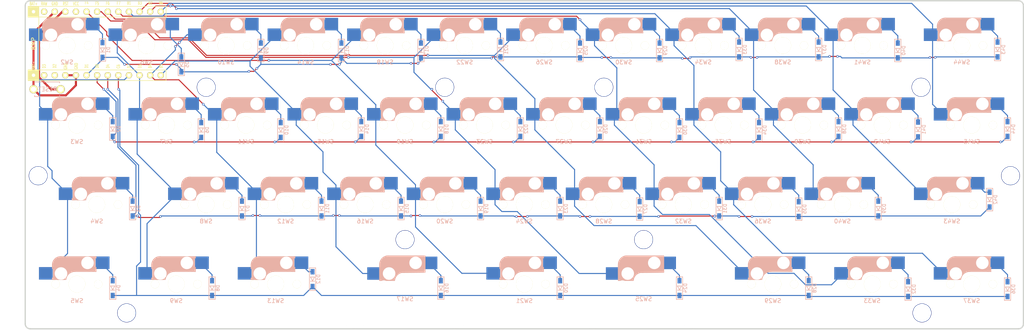
<source format=kicad_pcb>
(kicad_pcb (version 20240108) (generator "pcbnew") (generator_version "8.0")
  (layers (0 "F.Cu" signal) (31 "B.Cu" signal) (34 "B.Paste" user) (35 "F.Paste" user) (36 "B.SilkS" user "B.Silkscreen") (37 "F.SilkS" user "F.Silkscreen") (38 "B.Mask" user) (39 "F.Mask" user) (44 "Edge.Cuts" user))
  (net 0 "")
  (net 1 "Net-(D1-A)")
  (net 2 "Row0")
  (net 3 "Row1")
  (net 4 "Net-(D2-A)")
  (net 5 "Net-(D3-A)")
  (net 6 "Row2")
  (net 7 "Row3")
  (net 8 "Net-(D4-A)")
  (net 9 "Net-(D5-A)")
  (net 10 "Net-(D6-A)")
  (net 11 "Net-(D7-A)")
  (net 12 "Net-(D8-A)")
  (net 13 "Net-(D9-A)")
  (net 14 "Net-(D10-A)")
  (net 15 "Net-(D11-A)")
  (net 16 "Net-(D12-A)")
  (net 17 "Net-(D13-A)")
  (net 18 "Net-(D14-A)")
  (net 19 "Net-(D15-A)")
  (net 20 "Net-(D16-A)")
  (net 21 "Net-(D17-A)")
  (net 22 "Net-(D18-A)")
  (net 23 "Net-(D19-A)")
  (net 24 "Net-(D20-A)")
  (net 25 "Net-(D21-A)")
  (net 26 "Net-(D22-A)")
  (net 27 "Net-(D23-A)")
  (net 28 "Net-(D24-A)")
  (net 29 "Net-(D25-A)")
  (net 30 "Net-(D26-A)")
  (net 31 "Net-(D27-A)")
  (net 32 "Net-(D28-A)")
  (net 33 "Net-(D29-A)")
  (net 34 "Net-(D30-A)")
  (net 35 "Net-(D31-A)")
  (net 36 "Net-(D32-A)")
  (net 37 "Net-(D33-A)")
  (net 38 "Net-(D34-A)")
  (net 39 "Net-(D35-A)")
  (net 40 "Net-(D36-A)")
  (net 41 "Net-(D37-A)")
  (net 42 "Net-(D38-A)")
  (net 43 "Net-(D39-A)")
  (net 44 "Net-(D40-A)")
  (net 45 "Net-(D41-A)")
  (net 46 "Net-(D42-A)")
  (net 47 "Net-(D43-A)")
  (net 48 "GND")
  (net 49 "Reset")
  (net 50 "Col0")
  (net 51 "Col1")
  (net 52 "Col2")
  (net 53 "Col3")
  (net 54 "Col4")
  (net 55 "Col5")
  (net 56 "Col6")
  (net 57 "Col7")
  (net 58 "Col8")
  (net 59 "Col10")
  (net 60 "VCC")
  (net 61 "Col9")
  (net 66 "Net-(D44-A)")
  (net 67 "Col11")
  (footprint "kbd_Parts:Diode_SMD" (layer "F.Cu") (at 60.96128 70.00875 90)
    (property "Reference" "D2")
    (property "Value" "D" (hide yes))
  )
  (footprint "kbd_Parts:Diode_SMD" (layer "F.Cu") (at 187.17018 89.166875 90)
    (property "Reference" "D27")
    (property "Value" "D" (hide yes))
  )
  (footprint "kbd_Hole:m2_Spacer_Hole" (layer "F.Cu") (at 254.7991 114.061875)
    (property "Reference" "Ref**")
    (property "Value" "Val**")
  )
  (footprint "kbd_SW:CherryMX_Hotswap_1u" (layer "F.Cu") (at 197.63125 88.10625)
    (property "Reference" "SW32")
    (property "Value" "SW_Push" (hide yes))
  )
  (footprint "kbd_Parts:Diode_SMD" (layer "F.Cu") (at 168.11978 89.05875 90)
    (property "Reference" "D23")
    (property "Value" "D" (hide yes))
  )
  (footprint "kbd_Parts:Diode_SMD" (layer "F.Cu") (at 177.64498 70.00875 90)
    (property "Reference" "D26")
    (property "Value" "D" (hide yes))
  )
  (footprint "kbd_SW:CherryMX_Hotswap_1u" (layer "F.Cu") (at 207.16875 69.05625)
    (property "Reference" "SW35")
    (property "Value" "SW_Push" (hide yes))
  )
  (footprint "kbd_Parts:Diode_SMD" (layer "F.Cu") (at 84.75433 108.10875 90)
    (property "Reference" "D8")
    (property "Value" "D" (hide yes))
  )
  (footprint "kbd_SW:CherryMX_Hotswap_1u" (layer "F.Cu") (at 145.25625 50.00625)
    (property "Reference" "SW22")
    (property "Value" "SW_Push" (hide yes))
  )
  (footprint "kbd_SW:CherryMX_Hotswap_2u" (layer "F.Cu") (at 188.125 107.15625)
    (property "Reference" "SW25")
    (property "Value" "SW_Push" (hide yes))
  )
  (footprint "kbd_Parts:Diode_SMD" (layer "F.Cu") (at 115.73118 51.196875 90)
    (property "Reference" "D13")
    (property "Value" "D" (hide yes))
  )
  (footprint "kbd_Parts:Diode_SMD" (layer "F.Cu") (at 58.51 51.08 90)
    (property "Reference" "D1")
    (property "Value" "D" (hide yes))
  )
  (footprint "kbd_Parts:Diode_SMD" (layer "F.Cu") (at 91.91818 89.05875 90)
    (property "Reference" "D7")
    (property "Value" "D" (hide yes))
  )
  (footprint "kbd_SW:CherryMX_Hotswap_1u" (layer "F.Cu") (at 88.10625 50)
    (property "Reference" "SW10")
    (property "Value" "SW_Push" (hide yes))
  )
  (footprint "kbd_Parts:Diode_SMD" (layer "F.Cu") (at 206.22058 89.05875 90)
    (property "Reference" "D31")
    (property "Value" "D" (hide yes))
  )
  (footprint "kbd_Parts:Diode_SMD" (layer "F.Cu") (at 230.03358 50.95875 90)
    (property "Reference" "D37")
    (property "Value" "D" (hide yes))
  )
  (footprint "kbd_Parts:Diode_SMD" (layer "F.Cu") (at 215.74578 70.246875 90)
    (property "Reference" "D34")
    (property "Value" "D" (hide yes))
  )
  (footprint "kbd_Hole:m2_Spacer_Hole" (layer "F.Cu") (at 188.1227 96.5)
    (property "Reference" "Ref**")
    (property "Value" "Val**")
  )
  (footprint "kbd_Parts:Diode_SMD" (layer "F.Cu") (at 196.69538 70.246875 90)
    (property "Reference" "D30")
    (property "Value" "D" (hide yes))
  )
  (footprint "kbd_Parts:Diode_SMD" (layer "F.Cu") (at 251.46528 108.346875 90)
    (property "Reference" "D32")
    (property "Value" "D" (hide yes))
  )
  (footprint "kbd_SW:CherryMX_Hotswap_1u" (layer "F.Cu") (at 73.81875 69.05625)
    (property "Reference" "SW7")
    (property "Value" "SW_Push" (hide yes))
  )
  (footprint "kbd_Parts:Diode_SMD" (layer "F.Cu") (at 96.44265 51.196875 90)
    (property "Reference" "D9")
    (property "Value" "D" (hide yes))
  )
  (footprint "kbd_Parts:Diode_SMD" (layer "F.Cu") (at 153.83198 50.95875 90)
    (property "Reference" "D21")
    (property "Value" "D" (hide yes))
  )
  (footprint "kbd_Parts:Diode_SMD" (layer "F.Cu") (at 149.06938 89.05875 90)
    (property "Reference" "D19")
    (property "Value" "D" (hide yes))
  )
  (footprint "kbd_Parts:Diode_SMD" (layer "F.Cu") (at 275.28378 108.346875 90)
    (property "Reference" "D36")
    (property "Value" "D" (hide yes))
  )
  (footprint "kbd_Hole:m2_Spacer_Hole" (layer "F.Cu") (at 64.2951 114.061875)
    (property "Reference" "Ref**")
    (property "Value" "Val**")
  )
  (footprint "kbd_Parts:Diode_SMD" (layer "F.Cu") (at 168.13348 108.10875 90)
    (property "Reference" "D20")
    (property "Value" "D" (hide yes))
  )
  (footprint "kbd_SW:CherryMX_Hotswap_1.25u" (layer "F.Cu") (at 219.075 107.15625)
    (property "Reference" "SW29")
    (property "Value" "SW_Push" (hide yes))
  )
  (footprint "kbd_SW:CherryMX_Hotswap_1u" (layer "F.Cu") (at 92.86875 69.05625)
    (property "Reference" "SW11")
    (property "Value" "SW_Push" (hide yes))
  )
  (footprint "kbd_Parts:Diode_SMD" (layer "F.Cu") (at 101.20525 70.246875 90)
    (property "Reference" "D10")
    (property "Value" "D" (hide yes))
  )
  (footprint "kbd_Parts:Diode_SMD" (layer "F.Cu") (at 139.55788 108.10875 90)
    (property "Reference" "D16")
    (property "Value" "D" (hide yes))
  )
  (footprint "kbd_SW:CherryMX_Hotswap_1u" (layer "F.Cu") (at 235.73125 88.10625)
    (property "Reference" "SW40")
    (property "Value" "SW_Push" (hide yes))
  )
  (footprint "kbd_SW:CherryMX_Hotswap_1u" (layer "F.Cu") (at 111.91875 69.05625)
    (property "Reference" "SW15")
    (property "Value" "SW_Push" (hide yes))
  )
  (footprint "kbd_Parts:Diode_SMD" (layer "F.Cu") (at 270.99194 86.915625 90)
    (property "Reference" "D42")
    (property "Value" "D" (hide yes))
  )
  (footprint "kbd_SW:CherryMX_Hotswap_1.25u" (layer "F.Cu") (at 266.7056 107.15625)
    (property "Reference" "SW37")
    (property "Value" "SW_Push" (hide yes))
  )
  (footprint "kbd_Parts:ResetSW" (layer "F.Cu") (at 45.2447 60.48375)
    (property "Reference" "SW1" (hide yes))
    (property "Value" "SW_Push")
  )
  (footprint "kbd_SW:CherryMX_Hotswap_1u" (layer "F.Cu") (at 121.43125 88.10625)
    (property "Reference" "SW16")
    (property "Value" "SW_Push" (hide yes))
  )
  (footprint "kbd_Parts:Diode_SMD" (layer "F.Cu") (at 120.49378 70.00875 90)
    (property "Reference" "D14")
    (property "Value" "D" (hide yes))
  )
  (footprint "kbd_SW:CherryMX_Hotswap_1u" (layer "F.Cu") (at 159.53125 88.10625)
    (property "Reference" "SW24")
    (property "Value" "SW_Push" (hide yes))
  )
  (footprint "kbd_Parts:Diode_SMD" (layer "F.Cu") (at 244.32138 89.05875 90)
    (property "Reference" "D39")
    (property "Value" "D" (hide yes))
  )
  (footprint "kbd_SW:CherryMX_Hotswap_1u" (layer "F.Cu") (at 150.01875 69.05625)
    (property "Reference" "SW23")
    (property "Value" "SW_Push" (hide yes))
  )
  (footprint "kbd_SW:CherryMX_Hotswap_1u" (layer "F.Cu") (at 221.45625 50.00625)
    (property "Reference" "SW38")
    (property "Value" "SW_Push" (hide yes))
  )
  (footprint "kbd_Hole:m2_Spacer_Hole" (layer "F.Cu") (at 254.56097 60.0075)
    (property "Reference" "Ref**")
    (property "Value" "Val**")
  )
  (footprint "kbd_SW:CherryMX_Hotswap_1.25u" (layer "F.Cu") (at 100.00125 107.15625)
    (property "Reference" "SW13")
    (property "Value" "SW_Push" (hide yes))
  )
  (footprint "kbd_Hole:m2_Spacer_Hole" (layer "F.Cu") (at 275.99267 81.200625)
    (property "Reference" "Ref**")
    (property "Value" "Val**")
  )
  (footprint "kbd_SW:CherryMX_Hotswap_1.25u" (layer "F.Cu") (at 266.71 69.06)
    (property "Reference" "SW45")
    (property "Value" "SW_Push" (hide yes))
  )
  (footprint "kbd_Parts:Diode_SMD" (layer "F.Cu") (at 275.27828 70.00875 90)
    (property "Reference" "D44")
    (property "Value" "D" (hide yes))
  )
  (footprint "kbd_SW:CherryMX_Hotswap_1u" (layer "F.Cu") (at 140.48125 88.10625)
    (property "Reference" "SW20")
    (property "Value" "SW_Push" (hide yes))
  )
  (footprint "kbd_SW:CherryMX_Hotswap_1.25u" (layer "F.Cu") (at 76.18 107.15625)
    (property "Reference" "SW9")
    (property "Value" "SW_Push" (hide yes))
  )
  (footprint "kbd_SW:CherryMX_Hotswap_1u" (layer "F.Cu") (at 226.21875 69.05625)
    (property "Reference" "SW39")
    (property "Value" "SW_Push" (hide yes))
  )
  (footprint "kbd_Hole:m2_Spacer_Hole" (layer "F.Cu") (at 43.10153 81.200625)
    (property "Reference" "Ref**")
    (property "Value" "Val**")
  )
  (footprint "kbd_Parts:Diode_SMD" (layer "F.Cu") (at 110.96858 89.05875 90)
    (property "Reference" "D11")
    (property "Value" "D" (hide yes))
  )
  (footprint "kbd_SW:CherryMX_Hotswap_1.5u" (layer "F.Cu") (at 264.33 50.00625)
    (property "Reference" "SW44")
    (property "Value" "SW_Push" (hide yes))
  )
  (footprint "kbd_Parts:Diode_SMD" (layer "F.Cu") (at 60.96128 108.10875 90)
    (property "Reference" "D4")
    (property "Value" "D" (hide yes))
  )
  (footprint "kbd_Parts:Diode_SMD" (layer "F.Cu") (at 108.82541 105.965625 90)
    (property "Reference" "D12")
    (property "Value" "D" (hide yes))
  )
  (footprint "kbd_Parts:Diode_SMD" (layer "F.Cu") (at 227.66598 108.10875 90)
    (property "Reference" "D28")
    (property "Value" "D" (hide yes))
  )
  (footprint "kbd_Parts:Micon_BMP_7sKB" (layer "F.Cu") (at 59.00831 49.5664 90)
    (property "Reference" "U1" (hide yes))
    (property "Value" "Micon_BLEMicroPro" (hide yes))
  )
  (footprint "kbd_Parts:Diode_SMD" (layer "F.Cu") (at 191.93278 51.196875 90)
    (property "Reference" "D29")
    (property "Value" "D" (hide yes))
  )
  (footprint "kbd_SW:CherryMX_Hotswap_1u" (layer "F.Cu") (at 102.38125 88.10625)
    (property "Reference" "SW12")
    (property "Value" "SW_Push" (hide yes))
  )
  (footprint "kbd_Parts:Diode_SMD" (layer "F.Cu") (at 196.70908 108.10875 90)
    (property "Reference" "D24")
    (property "Value" "D" (hide yes))
  )
  (footprint "kbd_Parts:Diode_SMD" (layer "F.Cu") (at 234.79618 70.00875 90)
    (property "Reference" "D38")
    (property "Value" "D" (hide yes))
  )
  (footprint "kbd_Hole:m2_Spacer_Hole" (layer "F.Cu") (at 140.4967 60.0075)
    (property "Reference" "Ref**")
    (property "Value" "Val**")
  )
  (footprint "kbd_Parts:Diode_SMD" (layer "F.Cu") (at 272.89698 50.95875 90)
    (property "Reference" "D43")
    (property "Value" "D" (hide yes))
  )
  (footprint "kbd_SW:CherryMX_Hotswap_1u" (layer "F.Cu") (at 50 50)
    (property "Reference" "SW2")
    (property "Value" "SW_Push" (hide yes))
  )
  (footprint "kbd_Hole:m2_Spacer_Hole" (layer "F.Cu") (at 178.5975 60.0075)
    (property "Reference" "Ref**")
    (property "Value" "Val**")
  )
  (footprint "kbd_Parts:Diode_SMD" (layer "F.Cu") (at 210.98318 50.95875 90)
    (property "Reference" "D33")
    (property "Value" "D" (hide yes))
  )
  (footprint "kbd_SW:CherryMX_Hotswap_1u" (layer "F.Cu") (at 216.68125 88.10625)
    (property "Reference" "SW36")
    (property "Value" "SW_Push" (hide yes))
  )
  (footprint "kbd_SW:CherryMX_Hotswap_1u" (layer "F.Cu") (at 159.54625 107.15625)
    (property "Reference" "SW21")
    (property "Value" "SW_Push" (hide yes))
  )
  (footprint "kbd_Hole:m2_Spacer_Hole" (layer "F.Cu") (at 83.3455 60.0075)
    (property "Reference" "Ref**")
    (property "Value" "Val**")
  )
  (footprint "kbd_SW:CherryMX_Hotswap_1u" (layer "F.Cu") (at 169.06875 69.05625)
    (property "Reference" "SW27")
    (property "Value" "SW_Push" (hide yes))
  )
  (footprint "kbd_SW:CherryMX_Hotswap_1.25u" (layer "F.Cu") (at 242.8726 107.15625)
    (property "Reference" "SW33")
    (property "Value" "SW_Push" (hide yes))
  )
  (footprint "kbd_SW:CherryMX_Hotswap_1u" (layer "F.Cu") (at 188.11875 69.05625)
    (property "Reference" "SW31")
    (property "Value" "SW_Push" (hide yes))
  )
  (footprint "kbd_Parts:Diode_SMD" (layer "F.Cu") (at 65.72388 89.05875 90)
    (property "Reference" "D3")
    (property "Value" "D" (hide yes))
  )
  (footprint "kbd_SW:CherryMX_Hotswap_1.25u" (layer "F.Cu") (at 52.3875 107.15625)
    (property "Reference" "SW5")
    (property "Value" "SW_Push" (hide yes))
  )
  (footprint "kbd_SW:CherryMX_Hotswap_1u" (layer "F.Cu") (at 130.96875 69.05625)
    (property "Reference" "SW19")
    (property "Value" "SW_Push" (hide yes))
  )
  (footprint "kbd_Hole:m2_Spacer_Hole" (layer "F.Cu") (at 130.9715 96.5)
    (property "Reference" "Ref**")
    (property "Value" "Val**")
  )
  (footprint "kbd_Parts:Diode_SMD" (layer "F.Cu") (at 77.39225 54.530625 90)
    (property "Reference" "D5")
    (property "Value" "D" (hide yes))
  )
  (footprint "kbd_Parts:Diode_SMD" (layer "F.Cu") (at 225.27098 89.18875 90)
    (property "Reference" "D35")
    (property "Value" "D" (hide yes))
  )
  (footprint "kbd_SW:CherryMX_Hotswap_1.75u" (layer "F.Cu") (at 57.14 88.1)
    (property "Reference" "SW4")
    (property "Value" "SW_Push" (hide yes))
  )
  (footprint "kbd_SW:CherryMX_Hotswap_1u" (layer "F.Cu") (at 240.50625 50.00625)
    (property "Reference" "SW41")
    (property "Value" "SW_Push" (hide yes))
  )
  (footprint "kbd_Parts:Diode_SMD" (layer "F.Cu") (at 253.84658 70.116875 90)
    (property "Reference" "D41")
    (property "Value" "D" (hide yes))
  )
  (footprint "kbd_Parts:Diode_SMD" (layer "F.Cu") (at 82.15485 70.246875 90)
    (property "Reference" "D6")
    (property "Value" "D" (hide yes))
  )
  (footprint "kbd_SW:CherryMX_Hotswap_1u" (layer "F.Cu") (at 183.35625 50.00625)
    (property "Reference" "SW30")
    (property "Value" "SW_Push" (hide yes))
  )
  (footprint "kbd_SW:CherryMX_Hotswap_1.25u" (layer "F.Cu") (at 52.38 69.05)
    (property "Reference" "SW3")
    (property "Value" "SW_Push" (hide yes))
  )
  (footprint "kbd_Parts:Diode_SMD" (layer "F.Cu") (at 139.54418 70.00875 90)
    (property "Reference" "D18")
    (property "Value" "D" (hide yes))
  )
  (footprint "kbd_Parts:Diode_SMD" (layer "F.Cu") (at 130.01898 89.05875 90)
    (property "Reference" "D15")
    (property "Value" "D" (hide yes))
  )
  (footprint "kbd_SW:CherryMX_Hotswap_1u" (layer "F.Cu") (at 164.30625 50)
    (property "Reference" "SW26")
    (property "Value" "SW_Push" (hide yes))
  )
  (footprint "kbd_SW:CherryMX_Hotswap_1u" (layer "F.Cu") (at 126.20625 50.00625)
    (property "Reference" "SW18")
    (property "Value" "SW_Push" (hide yes))
  )
  (footprint "kbd_Parts:Diode_SMD" (layer "F.Cu") (at 249 51.196875 90)
    (property "Reference" "D40")
    (property "Value" "D" (hide yes))
  )
  (footprint "kbd_Parts:Diode_SMD" (layer "F.Cu") (at 134.78158 51.196875 90)
    (property "Reference" "D17")
    (property "Value" "D" (hide yes))
  )
  (footprint "kbd_SW:CherryMX_Hotswap_1.75u" (layer "F.Cu") (at 261.95812 88.10625)
    (property "Reference" "SW43")
    (property "Value" "SW_Push" (hide yes))
  )
  (footprint "kbd_SW:CherryMX_Hotswap_1u" (layer "F.Cu") (at 107.15625 50.00625)
    (property "Reference" "SW14")
    (property "Value" "SW_Push" (hide yes))
  )
  (footprint "kbd_SW:CherryMX_Hotswap_1u" (layer "F.Cu") (at 83.3225 88.10625)
    (property "Reference" "SW8")
    (property "Value" "SW_Push" (hide yes))
  )
  (footprint "kbd_Parts:Diode_SMD" (layer "F.Cu") (at 158.59458 70.00875 90)
    (property "Reference" "D22")
    (property "Value" "D" (hide yes))
  )
  (footprint "kbd_SW:CherryMX_Hotswap_1u" (layer "F.Cu") (at 245.26875 69.05625)
    (property "Reference" "SW42")
    (property "Value" "SW_Push" (hide yes))
  )
  (footprint "kbd_SW:CherryMX_Hotswap_1u" (layer "F.Cu") (at 202.40625 50.00625)
    (property "Reference" "SW34")
    (property "Value" "SW_Push" (hide yes))
  )
  (footprint "kbd_SW:CherryMX_Hotswap_1u" (layer "F.Cu") (at 69.05625 50)
    (property "Reference" "SW6")
    (property "Value" "SW_Push" (hide yes))
  )
  (footprint "kbd_SW:CherryMX_Hotswap_2u" (layer "F.Cu") (at 130.965 107.15625)
    (property "Reference" "SW17")
    (property "Value" "SW_Push" (hide yes))
  )
  (footprint "kbd_Parts:Diode_SMD" (layer "F.Cu") (at 172.88238 51.196875 90)
    (property "Reference" "D25")
    (property "Value" "D" (hide yes))
  )
  (footprint "kbd_SW:CherryMX_Hotswap_1u" (layer "F.Cu") (at 178.58125 88.10625)
    (property "Reference" "SW28")
    (property "Value" "SW_Push" (hide yes))
  )
  (gr_line (start 277.899375 117.86) (end 41.19648 117.860675) (stroke (width 0.3)) (layer "Edge.Cuts"))
  (gr_line (start 41.19649 39.290625) (end 277.897735 39.290625) (stroke (width 0.3)) (layer "Edge.Cuts"))
  (gr_line (start 279.09 40.48125) (end 279.09 116.668086) (stroke (width 0.3)) (layer "Edge.Cuts"))
  (gr_line (start 40.00583 116.670075) (end 40.005815 40.481238) (stroke (width 0.3)) (layer "Edge.Cuts"))
  (gr_arc (start 279.09 116.668086) (mid 278.741265 117.51) (end 277.899375 117.858711) (stroke (width 0.3)) (layer "Edge.Cuts"))
  (gr_arc (start 40.005815 40.481238) (mid 40.354578 39.639344) (end 41.19649 39.290625) (stroke (width 0.3)) (layer "Edge.Cuts"))
  (gr_arc (start 41.19648 117.860675) (mid 40.354579 117.511957) (end 40.00583 116.670075) (stroke (width 0.3)) (layer "Edge.Cuts"))
  (gr_arc (start 277.897735 39.290625) (mid 278.739658 39.639331) (end 279.08836 40.48125) (stroke (width 0.3)) (layer "Edge.Cuts"))
  (segment (start 55.7 44.88) (end 56.12 44.88) (width 0.25) (layer "B.Cu") (net 1))
  (segment (start 56.12 44.88) (end 58.51 47.27) (width 0.25) (layer "B.Cu") (net 1))
  (segment (start 58.51 47.27) (end 58.51 49.305) (width 0.25) (layer "B.Cu") (net 1))
  (segment (start 151.96756 52.73375) (end 151.68881 53.0125) (width 0.25) (layer "F.Cu") (net 2))
  (segment (start 232.65301 52.625625) (end 234.55805 52.625625) (width 0.25) (layer "F.Cu") (net 2))
  (segment (start 213.83125 52.86375) (end 215.26952 52.86375) (width 0.25) (layer "F.Cu") (net 2))
  (segment (start 93.58509 56.1975) (end 94.775755 56.1975) (width 0.25) (layer "F.Cu") (net 2))
  (segment (start 134.06719 54.2925) (end 132.40028 54.2925) (width 0.25) (layer "F.Cu") (net 2))
  (segment (start 197.40977 53.101875) (end 199.07668 53.101875) (width 0.25) (layer "F.Cu") (net 2))
  (segment (start 94.775755 56.1975) (end 95.49013 55.483125) (width 0.25) (layer "F.Cu") (net 2))
  (segment (start 153.02823 52.73375) (end 151.96756 52.73375) (width 0.25) (layer "F.Cu") (net 2))
  (segment (start 256.70414 52.86375) (end 257.955 52.86375) (width 0.25) (layer "F.Cu") (net 2))
  (segment (start 178.12124 52.86375) (end 180.26441 52.86375) (width 0.25) (layer "F.Cu") (net 2))
  (segment (start 113.11175 54.530625) (end 115.25492 54.530625) (width 0.25) (layer "F.Cu") (net 2))
  (segment (start 76.2016 54.530625) (end 63.81884 54.530625) (width 0.25) (layer "F.Cu") (net 2))
  (segment (start 199.07668 53.101875) (end 199.218948 52.959607) (width 0.25) (layer "F.Cu") (net 2))
  (via (at 180.26441 52.86375) (size 0.6) (drill 0.3) (layers "F.Cu" "B.Cu") (net 2))
  (via (at 257.955 52.86375) (size 0.6) (drill 0.3) (layers "F.Cu" "B.Cu") (net 2))
  (via (at 63.81884 54.530625) (size 0.6) (drill 0.3) (layers "F.Cu" "B.Cu") (net 2))
  (via (at 95.49013 55.483125) (size 0.6) (drill 0.3) (layers "F.Cu" "B.Cu") (net 2))
  (via (at 93.58509 56.1975) (size 0.6) (drill 0.3) (layers "F.Cu" "B.Cu") (net 2))
  (via (at 234.55805 52.625625) (size 0.6) (drill 0.3) (layers "F.Cu" "B.Cu") (net 2))
  (via (at 76.2016 54.530625) (size 0.6) (drill 0.3) (layers "F.Cu" "B.Cu") (net 2))
  (via (at 113.11175 54.530625) (size 0.6) (drill 0.3) (layers "F.Cu" "B.Cu") (net 2))
  (via (at 213.83125 52.86375) (size 0.6) (drill 0.3) (layers "F.Cu" "B.Cu") (net 2))
  (via (at 256.70414 52.86375) (size 0.6) (drill 0.3) (layers "F.Cu" "B.Cu") (net 2))
  (via (at 199.218948 52.959607) (size 0.6) (drill 0.3) (layers "F.Cu" "B.Cu") (net 2))
  (via (at 151.68881 53.0125) (size 0.6) (drill 0.3) (layers "F.Cu" "B.Cu") (net 2))
  (via (at 197.40977 53.101875) (size 0.6) (drill 0.3) (layers "F.Cu" "B.Cu") (net 2))
  (via (at 232.65301 52.625625) (size 0.6) (drill 0.3) (layers "F.Cu" "B.Cu") (net 2))
  (via (at 134.06719 54.2925) (size 0.6) (drill 0.3) (layers "F.Cu" "B.Cu") (net 2))
  (via (at 132.40028 54.2925) (size 0.6) (drill 0.3) (layers "F.Cu" "B.Cu") (net 2))
  (via (at 115.25492 54.530625) (size 0.6) (drill 0.3) (layers "F.Cu" "B.Cu") (net 2))
  (via (at 178.12124 52.86375) (size 0.6) (drill 0.3) (layers "F.Cu" "B.Cu") (net 2))
  (via (at 215.26952 52.86375) (size 0.6) (drill 0.3) (layers "F.Cu" "B.Cu") (net 2))
  (via (at 153.02823 52.73375) (size 0.6) (drill 0.3) (layers "F.Cu" "B.Cu") (net 2))
  (segment (start 213.70125 52.73375) (end 213.83125 52.86375) (width 0.25) (layer "B.Cu") (net 2))
  (segment (start 249 52.971875) (end 256.596015 52.971875) (width 0.25) (layer "B.Cu") (net 2))
  (segment (start 173.12051 52.86375) (end 178.12124 52.86375) (width 0.25) (layer "B.Cu") (net 2))
  (segment (start 172.644255 52.73375) (end 172.88238 52.971875) (width 0.25) (layer "B.Cu") (net 2))
  (segment (start 62.143215 52.855) (end 58.51 52.855) (width 0.25) (layer "B.Cu") (net 2))
  (segment (start 258.085 52.73375) (end 272.89698 52.73375) (width 0.25) (layer "B.Cu") (net 2))
  (segment (start 96.44265 54.530605) (end 96.44265 52.971875) (width 0.25) (layer "B.Cu") (net 2))
  (segment (start 191.93278 52.971875) (end 197.27977 52.971875) (width 0.25) (layer "B.Cu") (net 2))
  (segment (start 180.26441 52.86375) (end 180.372535 52.971875) (width 0.25) (layer "B.Cu") (net 2))
  (segment (start 235.61869 52.971875) (end 249 52.971875) (width 0.25) (layer "B.Cu") (net 2))
  (segment (start 58.51 53.31031) (end 54.69031 57.13) (width 0.25) (layer "B.Cu") (net 2))
  (segment (start 77.39225 55.721275) (end 76.2016 54.530625) (width 0.25) (layer "B.Cu") (net 2))
  (segment (start 215.26952 52.86375) (end 215.39952 52.73375) (width 0.25) (layer "B.Cu") (net 2))
  (segment (start 235.27244 52.625625) (end 235.61869 52.971875) (width 0.25) (layer "B.Cu") (net 2))
  (segment (start 132.40028 54.2925) (end 117.051805 54.2925) (width 0.25) (layer "B.Cu") (net 2))
  (segment (start 197.27977 52.971875) (end 197.40977 53.101875) (width 0.25) (layer "B.Cu") (net 2))
  (segment (start 93.476965 56.305625) (end 93.58509 56.1975) (width 0.25) (layer "B.Cu") (net 2))
  (segment (start 173.012385 52.971875) (end 173.12051 52.86375) (width 0.25) (layer "B.Cu") (net 2))
  (segment (start 210.98318 52.73375) (end 213.70125 52.73375) (width 0.25) (layer "B.Cu") (net 2))
  (segment (start 95.49013 55.483125) (end 96.44265 54.530605) (width 0.25) (layer "B.Cu") (net 2))
  (segment (start 77.39225 56.305625) (end 93.476965 56.305625) (width 0.25) (layer "B.Cu") (net 2))
  (segment (start 63.81884 54.530625) (end 62.143215 52.855) (width 0.25) (layer "B.Cu") (net 2))
  (segment (start 115.25492 54.530625) (end 115.73118 54.054365) (width 0.25) (layer "B.Cu") (net 2))
  (segment (start 77.39225 56.305625) (end 77.39225 55.721275) (width 0.25) (layer "B.Cu") (net 2))
  (segment (start 153.83198 52.73375) (end 153.02823 52.73375) (width 0.25) (layer "B.Cu") (net 2))
  (segment (start 134.78158 52.971875) (end 134.78158 53.57811) (width 0.25) (layer "B.Cu") (net 2))
  (segment (start 96.44267 54.530625) (end 96.44265 54.530605) (width 0.25) (layer "B.Cu") (net 2))
  (segment (start 256.596015 52.971875) (end 256.70414 52.86375) (width 0.25) (layer "B.Cu") (net 2))
  (segment (start 234.55805 52.625625) (end 235.27244 52.625625) (width 0.25) (layer "B.Cu") (net 2))
  (segment (start 117.051805 54.2925) (end 115.73118 52.971875) (width 0.25) (layer "B.Cu") (net 2))
  (segment (start 215.39952 52.73375) (end 230.03358 52.73375) (width 0.25) (layer "B.Cu") (net 2))
  (segment (start 199.444805 52.73375) (end 210.98318 52.73375) (width 0.25) (layer "B.Cu") (net 2))
  (segment (start 113.11175 54.530625) (end 96.44267 54.530625) (width 0.25) (layer "B.Cu") (net 2))
  (segment (start 257.955 52.86375) (end 258.085 52.73375) (width 0.25) (layer "B.Cu") (net 2))
  (segment (start 180.372535 52.971875) (end 191.93278 52.971875) (width 0.25) (layer "B.Cu") (net 2))
  (segment (start 172.88238 52.971875) (end 173.012385 52.971875) (width 0.25) (layer "B.Cu") (net 2))
  (segment (start 58.51 52.855) (end 58.51 53.31031) (width 0.25) (layer "B.Cu") (net 2))
  (segment (start 153.83198 52.73375) (end 172.644255 52.73375) (width 0.25) (layer "B.Cu") (net 2))
  (segment (start 230.03358 52.73375) (end 232.544885 52.73375) (width 0.25) (layer "B.Cu") (net 2))
  (segment (start 134.78158 53.57811) (end 134.06719 54.2925) (width 0.25) (layer "B.Cu") (net 2))
  (segment (start 199.218948 52.959607) (end 199.444805 52.73375) (width 0.25) (layer "B.Cu") (net 2))
  (segment (start 232.544885 52.73375) (end 232.65301 52.625625) (width 0.25) (layer "B.Cu") (net 2))
  (segment (start 134.822205 53.0125) (end 134.78158 52.971875) (width 0.25) (layer "B.Cu") (net 2))
  (segment (start 151.68881 53.0125) (end 134.822205 53.0125) (width 0.25) (layer "B.Cu") (net 2))
  (segment (start 115.73118 54.054365) (end 115.73118 52.971875) (width 0.25) (layer "B.Cu") (net 2))
  (segment (start 252.17967 73.104375) (end 273.61137 73.104375) (width 0.25) (layer "F.Cu") (net 3))
  (segment (start 214.317 73.104375) (end 233.12927 73.104375) (width 0.25) (layer "F.Cu") (net 3))
  (segment (start 137.87727 73.104375) (end 156.92767 73.104375) (width 0.25) (layer "F.Cu") (net 3))
  (segment (start 175.97807 73.104375) (end 194.79034 73.104375) (width 0.25) (layer "F.Cu") (net 3))
  (segment (start 61.43754 73.104375) (end 80.48794 73.104375) (width 0.25) (layer "F.Cu") (net 3))
  (segment (start 58.81811 60.48375) (end 57.23031 58.89595) (width 0.25) (layer "F.Cu") (net 3))
  (segment (start 57.23031 58.89595) (end 57.23031 57.13) (width 0.25) (layer "F.Cu") (net 3))
  (segment (start 156.92767 73.104375) (end 175.97807 73.104375) (width 0.25) (layer "F.Cu") (net 3))
  (segment (start 194.79034 73.104375) (end 214.317 73.104375) (width 0.25) (layer "F.Cu") (net 3))
  (segment (start 233.12927 73.104375) (end 252.17967 73.104375) (width 0.25) (layer "F.Cu") (net 3))
  (segment (start 119.065 73.104375) (end 137.87727 73.104375) (width 0.25) (layer "F.Cu") (net 3))
  (segment (start 99.77647 73.104375) (end 119.065 73.104375) (width 0.25) (layer "F.Cu") (net 3))
  (segment (start 80.48794 73.104375) (end 99.77647 73.104375) (width 0.25) (layer "F.Cu") (net 3))
  (via (at 80.48794 73.104375) (size 0.6) (drill 0.3) (layers "F.Cu" "B.Cu") (net 3))
  (via (at 175.97807 73.104375) (size 0.6) (drill 0.3) (layers "F.Cu" "B.Cu") (net 3))
  (via (at 214.317 73.104375) (size 0.6) (drill 0.3) (layers "F.Cu" "B.Cu") (net 3))
  (via (at 194.79034 73.104375) (size 0.6) (drill 0.3) (layers "F.Cu" "B.Cu") (net 3))
  (via (at 137.87727 73.104375) (size 0.6) (drill 0.3) (layers "F.Cu" "B.Cu") (net 3))
  (via (at 61.43754 73.104375) (size 0.6) (drill 0.3) (layers "F.Cu" "B.Cu") (net 3))
  (via (at 99.77647 73.104375) (size 0.6) (drill 0.3) (layers "F.Cu" "B.Cu") (net 3))
  (via (at 233.12927 73.104375) (size 0.6) (drill 0.3) (layers "F.Cu" "B.Cu") (net 3))
  (via (at 252.17967 73.104375) (size 0.6) (drill 0.3) (layers "F.Cu" "B.Cu") (net 3))
  (via (at 273.61137 73.104375) (size 0.6) (drill 0.3) (layers "F.Cu" "B.Cu") (net 3))
  (via (at 156.92767 73.104375) (size 0.6) (drill 0.3) (layers "F.Cu" "B.Cu") (net 3))
  (via (at 58.81811 60.48375) (size 0.6) (drill 0.3) (layers "F.Cu" "B.Cu") (net 3))
  (via (at 119.065 73.104375) (size 0.6) (drill 0.3) (layers "F.Cu" "B.Cu") (net 3))
  (segment (start 81.07235 73.104375) (end 82.15485 72.021875) (width 0.25) (layer "B.Cu") (net 3))
  (segment (start 100.12275 73.104375) (end 101.20525 72.021875) (width 0.25) (layer "B.Cu") (net 3))
  (segment (start 138.223555 73.104375) (end 139.54418 71.78375) (width 0.25) (layer "B.Cu") (net 3))
  (segment (start 214.66328 73.104375) (end 215.74578 72.021875) (width 0.25) (layer "B.Cu") (net 3))
  (segment (start 119.173155 73.104375) (end 120.49378 71.78375) (width 0.25) (layer "B.Cu") (net 3))
  (segment (start 60.96128 71.78375) (end 60.96128 72.628115) (width 0.25) (layer "B.Cu") (net 3))
  (segment (start 156.92767 73.104375) (end 157.273955 73.104375) (width 0.25) (layer "B.Cu") (net 3))
  (segment (start 233.12927 73.104375) (end 233.475555 73.104375) (width 0.25) (layer "B.Cu") (net 3))
  (segment (start 61.76128 70.98375) (end 61.76128 63.42692) (width 0.25) (layer "B.Cu") (net 3))
  (segment (start 119.065 73.104375) (end 119.173155 73.104375) (width 0.25) (layer "B.Cu") (net 3))
  (segment (start 137.87727 73.104375) (end 138.223555 73.104375) (width 0.25) (layer "B.Cu") (net 3))
  (segment (start 273.957655 73.104375) (end 275.27828 71.78375) (width 0.25) (layer "B.Cu") (net 3))
  (segment (start 80.48794 73.104375) (end 81.07235 73.104375) (width 0.25) (layer "B.Cu") (net 3))
  (segment (start 194.79034 73.104375) (end 195.61288 73.104375) (width 0.25) (layer "B.Cu") (net 3))
  (segment (start 99.77647 73.104375) (end 100.12275 73.104375) (width 0.25) (layer "B.Cu") (net 3))
  (segment (start 60.96128 72.628115) (end 61.43754 73.104375) (width 0.25) (layer "B.Cu") (net 3))
  (segment (start 61.76128 63.42692) (end 58.81811 60.48375) (width 0.25) (layer "B.Cu") (net 3))
  (segment (start 176.324355 73.104375) (end 177.64498 71.78375) (width 0.25) (layer "B.Cu") (net 3))
  (segment (start 214.317 73.104375) (end 214.66328 73.104375) (width 0.25) (layer "B.Cu") (net 3))
  (segment (start 195.61288 73.104375) (end 196.69538 72.021875) (width 0.25) (layer "B.Cu") (net 3))
  (segment (start 175.97807 73.104375) (end 176.324355 73.104375) (width 0.25) (layer "B.Cu") (net 3))
  (segment (start 233.475555 73.104375) (end 234.79618 71.78375) (width 0.25) (layer "B.Cu") (net 3))
  (segment (start 157.273955 73.104375) (end 158.59458 71.78375) (width 0.25) (layer "B.Cu") (net 3))
  (segment (start 60.96128 71.78375) (end 61.76128 70.98375) (width 0.25) (layer "B.Cu") (net 3))
  (segment (start 273.61137 73.104375) (end 273.957655 73.104375) (width 0.25) (layer "B.Cu") (net 3))
  (segment (start 252.17967 73.104375) (end 252.63408 73.104375) (width 0.25) (layer "B.Cu") (net 3))
  (segment (start 252.63408 73.104375) (end 253.84658 71.891875) (width 0.25) (layer "B.Cu") (net 3))
  (segment (start 60.96128 66.81128) (end 60.96128 68.23375) (width 0.25) (layer "B.Cu") (net 4))
  (segment (start 58.08 63.93) (end 60.96128 66.81128) (width 0.25) (layer "B.Cu") (net 4))
  (segment (start 65.72388 85.86388) (end 65.72388 87.28375) (width 0.25) (layer "B.Cu") (net 5))
  (segment (start 62.84 82.98) (end 65.72388 85.86388) (width 0.25) (layer "B.Cu") (net 5))
  (segment (start 59.77031 57.13) (end 59.77031 60.48343) (width 0.25) (layer "F.Cu") (net 6))
  (segment (start 72.153395 91.201875) (end 67.282655 91.201875) (width 0.25) (layer "F.Cu") (net 6))
  (segment (start 214.07887 90.96375) (end 210.98318 90.96375) (width 0.25) (layer "F.Cu") (net 6))
  (segment (start 132.508405 90.725625) (end 132.40028 90.83375) (width 0.25) (layer "F.Cu") (net 6))
  (segment (start 175.26368 90.96375) (end 172.88238 90.96375) (width 0.25) (layer "F.Cu") (net 6))
  (segment (start 94.53761 90.725625) (end 96.20452 90.725625) (width 0.25) (layer "F.Cu") (net 6))
  (segment (start 67.282655 91.201875) (end 66.91453 90.83375) (width 0.25) (layer "F.Cu") (net 6))
  (segment (start 72.39152 90.96375) (end 72.153395 91.201875) (width 0.25) (layer "F.Cu") (net 6))
  (segment (start 191.793702 90.864698) (end 191.69465 90.96375) (width 0.25) (layer "F.Cu") (net 6))
  (segment (start 160.26149 90.96375) (end 157.64206 90.96375) (width 0.25) (layer "F.Cu") (net 6))
  (segment (start 115.25492 90.725625) (end 113.80625 90.725625) (width 0.25) (layer "F.Cu") (net 6))
  (segment (start 205.128982 90.864698) (end 191.793702 90.864698) (width 0.25) (layer "F.Cu") (net 6))
  (segment (start 134.54345 90.725625) (end 132.508405 90.725625) (width 0.25) (layer "F.Cu") (net 6))
  (segment (start 59.77031 60.48343) (end 59.77063 60.48375) (width 0.25) (layer "F.Cu") (net 6))
  (via (at 113.80625 90.725625) (size 0.6) (drill 0.3) (layers "F.Cu" "B.Cu") (net 6))
  (via (at 191.69465 90.96375) (size 0.6) (drill 0.3) (layers "F.Cu" "B.Cu") (net 6))
  (via (at 205.128982 90.864698) (size 0.6) (drill 0.3) (layers "F.Cu" "B.Cu") (net 6))
  (via (at 94.53761 90.725625) (size 0.6) (drill 0.3) (layers "F.Cu" "B.Cu") (net 6))
  (via (at 132.40028 90.83375) (size 0.6) (drill 0.3) (layers "F.Cu" "B.Cu") (net 6))
  (via (at 72.39152 90.96375) (size 0.6) (drill 0.3) (layers "F.Cu" "B.Cu") (net 6))
  (via (at 175.26368 90.96375) (size 0.6) (drill 0.3) (layers "F.Cu" "B.Cu") (net 6))
  (via (at 172.88238 90.96375) (size 0.6) (drill 0.3) (layers "F.Cu" "B.Cu") (net 6))
  (via (at 160.26149 90.96375) (size 0.6) (drill 0.3) (layers "F.Cu" "B.Cu") (net 6))
  (via (at 59.77063 60.48375) (size 0.6) (drill 0.3) (layers "F.Cu" "B.Cu") (net 6))
  (via (at 115.25492 90.725625) (size 0.6) (drill 0.3) (layers "F.Cu" "B.Cu") (net 6))
  (via (at 96.20452 90.725625) (size 0.6) (drill 0.3) (layers "F.Cu" "B.Cu") (net 6))
  (via (at 214.07887 90.96375) (size 0.6) (drill 0.3) (layers "F.Cu" "B.Cu") (net 6))
  (via (at 134.54345 90.725625) (size 0.6) (drill 0.3) (layers "F.Cu" "B.Cu") (net 6))
  (via (at 66.91453 90.83375) (size 0.6) (drill 0.3) (layers "F.Cu" "B.Cu") (net 6))
  (via (at 157.64206 90.96375) (size 0.6) (drill 0.3) (layers "F.Cu" "B.Cu") (net 6))
  (via (at 210.98318 90.96375) (size 0.6) (drill 0.3) (layers "F.Cu" "B.Cu") (net 6))
  (segment (start 225.27098 90.96375) (end 244.19138 90.96375) (width 0.25) (layer "B.Cu") (net 6))
  (segment (start 157.0358 90.83375) (end 149.06938 90.83375) (width 0.25) (layer "B.Cu") (net 6))
  (segment (start 96.20452 90.725625) (end 96.312645 90.83375) (width 0.25) (layer "B.Cu") (net 6))
  (segment (start 62.21128 62.9244) (end 62.21128 74.23565) (width 0.25) (layer "B.Cu") (net 6))
  (segment (start 205.15993 90.83375) (end 205.128982 90.864698) (width 0.25) (layer "B.Cu") (net 6))
  (segment (start 172.88238 90.96375) (end 172.75238 90.83375) (width 0.25) (layer "B.Cu") (net 6))
  (segment (start 149.06938 90.83375) (end 134.651575 90.83375) (width 0.25) (layer "B.Cu") (net 6))
  (segment (start 113.698125 90.83375) (end 110.96858 90.83375) (width 0.25) (layer "B.Cu") (net 6))
  (segment (start 130.01898 90.83375) (end 115.363045 90.83375) (width 0.25) (layer "B.Cu") (net 6))
  (segment (start 187.17018 90.941875) (end 175.285555 90.941875) (width 0.25) (layer "B.Cu") (net 6))
  (segment (start 72.52152 90.83375) (end 72.39152 90.96375) (width 0.25) (layer "B.Cu") (net 6))
  (segment (start 268.848815 90.83375) (end 244.32138 90.83375) (width 0.25) (layer "B.Cu") (net 6))
  (segment (start 91.91818 90.83375) (end 94.429485 90.83375) (width 0.25) (layer "B.Cu") (net 6))
  (segment (start 190.98026 90.96375) (end 190.958385 90.941875) (width 0.25) (layer "B.Cu") (net 6))
  (segment (start 94.429485 90.83375) (end 94.53761 90.725625) (width 0.25) (layer "B.Cu") (net 6))
  (segment (start 132.40028 90.83375) (end 130.01898 90.83375) (width 0.25) (layer "B.Cu") (net 6))
  (segment (start 91.91818 90.83375) (end 72.52152 90.83375) (width 0.25) (layer "B.Cu") (net 6))
  (segment (start 96.312645 90.83375) (end 110.96858 90.83375) (width 0.25) (layer "B.Cu") (net 6))
  (segment (start 66.52388 90.03375) (end 65.72388 90.83375) (width 0.25) (layer "B.Cu") (net 6))
  (segment (start 134.651575 90.83375) (end 134.54345 90.725625) (width 0.25) (layer "B.Cu") (net 6))
  (segment (start 168.11978 90.83375) (end 160.39149 90.83375) (width 0.25) (layer "B.Cu") (net 6))
  (segment (start 210.98318 90.96375) (end 210.85318 90.83375) (width 0.25) (layer "B.Cu") (net 6))
  (segment (start 244.19138 90.96375) (end 244.32138 90.83375) (width 0.25) (layer "B.Cu") (net 6))
  (segment (start 115.363045 90.83375) (end 115.25492 90.725625) (width 0.25) (layer "B.Cu") (net 6))
  (segment (start 270.99194 88.690625) (end 268.848815 90.83375) (width 0.25) (layer "B.Cu") (net 6))
  (segment (start 172.75238 90.83375) (end 168.11978 90.83375) (width 0.25) (layer "B.Cu") (net 6))
  (segment (start 191.69465 90.96375) (end 190.98026 90.96375) (width 0.25) (layer "B.Cu") (net 6))
  (segment (start 190.958385 90.941875) (end 187.17018 90.941875) (width 0.25) (layer "B.Cu") (net 6))
  (segment (start 157.64206 90.96375) (end 157.1658 90.96375) (width 0.25) (layer "B.Cu") (net 6))
  (segment (start 160.39149 90.83375) (end 160.26149 90.96375) (width 0.25) (layer "B.Cu") (net 6))
  (segment (start 113.80625 90.725625) (end 113.698125 90.83375) (width 0.25) (layer "B.Cu") (net 6))
  (segment (start 62.21128 74.35435) (end 66.52388 78.66695) (width 0.25) (layer "B.Cu") (net 6))
  (segment (start 59.77063 60.48375) (end 62.21128 62.9244) (width 0.25) (layer "B.Cu") (net 6))
  (segment (start 210.85318 90.83375) (end 206.22058 90.83375) (width 0.25) (layer "B.Cu") (net 6))
  (segment (start 62.21128 74.23565) (end 62.21128 74.35435) (width 0.25) (layer "B.Cu") (net 6))
  (segment (start 66.52388 78.66695) (end 66.52388 90.03375) (width 0.25) (layer "B.Cu") (net 6))
  (segment (start 157.1658 90.96375) (end 157.0358 90.83375) (width 0.25) (layer "B.Cu") (net 6))
  (segment (start 175.285555 90.941875) (end 175.26368 90.96375) (width 0.25) (layer "B.Cu") (net 6))
  (segment (start 66.91453 90.83375) (end 65.72388 90.83375) (width 0.25) (layer "B.Cu") (net 6))
  (segment (start 225.27098 90.96375) (end 214.07887 90.96375) (width 0.25) (layer "B.Cu") (net 6))
  (segment (start 206.22058 90.83375) (end 205.15993 90.83375) (width 0.25) (layer "B.Cu") (net 6))
  (segment (start 62.31031 60.404) (end 62.39006 60.48375) (width 0.25) (layer "F.Cu") (net 7))
  (segment (start 62.31031 57.13) (end 62.31031 60.404) (width 0.25) (layer "F.Cu") (net 7))
  (via (at 62.39006 60.48375) (size 0.6) (drill 0.3) (layers "F.Cu" "B.Cu") (net 7))
  (segment (start 168.13348 109.88375) (end 196.70908 109.88375) (width 0.25) (layer "B.Cu") (net 7))
  (segment (start 251.46528 110.121875) (end 227.904105 110.121875) (width 0.25) (layer "B.Cu") (net 7))
  (segment (start 227.904105 110.121875) (end 227.66598 109.88375) (width 0.25) (layer "B.Cu") (net 7))
  (segment (start 275.28378 110.121875) (end 251.46528 110.121875) (width 0.25) (layer "B.Cu") (net 7))
  (segment (start 139.55788 109.88375) (end 168.13348 109.88375) (width 0.25) (layer "B.Cu") (net 7))
  (segment (start 84.75433 109.88375) (end 60.96128 109.88375) (width 0.25) (layer "B.Cu") (net 7))
  (segment (start 62.39006 60.48375) (end 62.66128 60.75497) (width 0.25) (layer "B.Cu") (net 7))
  (segment (start 62.66128 74.167954) (end 67.15266 78.659334) (width 0.25) (layer "B.Cu") (net 7))
  (segment (start 66.6764 102.82985) (end 66.6764 109.88375) (width 0.25) (layer "B.Cu") (net 7))
  (segment (start 67.62892 101.87733) (end 66.6764 102.82985) (width 0.25) (layer "B.Cu") (net 7))
  (segment (start 67.15266 78.659334) (end 67.15266 90.20875) (width 0.25) (layer "B.Cu") (net 7))
  (segment (start 67.62892 90.664256) (end 67.62892 101.87733) (width 0.25) (layer "B.Cu") (net 7))
  (segment (start 108.82541 107.740625) (end 110.968535 109.88375) (width 0.25) (layer "B.Cu") (net 7))
  (segment (start 62.66128 60.75497) (end 62.66128 74.167954) (width 0.25) (layer "B.Cu") (net 7))
  (segment (start 110.968535 109.88375) (end 139.55788 109.88375) (width 0.25) (layer "B.Cu") (net 7))
  (segment (start 67.15266 90.20875) (end 67.173414 90.20875) (width 0.25) (layer "B.Cu") (net 7))
  (segment (start 196.70908 109.88375) (end 227.66598 109.88375) (width 0.25) (layer "B.Cu") (net 7))
  (segment (start 106.682285 109.88375) (end 108.82541 107.740625) (width 0.25) (layer "B.Cu") (net 7))
  (segment (start 84.75433 109.88375) (end 106.682285 109.88375) (width 0.25) (layer "B.Cu") (net 7))
  (segment (start 67.173414 90.20875) (end 67.62892 90.664256) (width 0.25) (layer "B.Cu") (net 7))
  (segment (start 58.0875 102.03625) (end 60.96128 104.91003) (width 0.25) (layer "B.Cu") (net 8))
  (segment (start 60.96128 104.91003) (end 60.96128 106.33375) (width 0.25) (layer "B.Cu") (net 8))
  (segment (start 74.75625 48.084625) (end 77.39225 50.720625) (width 0.25) (layer "B.Cu") (net 9))
  (segment (start 77.39225 50.720625) (end 77.39225 52.755625) (width 0.25) (layer "B.Cu") (net 9))
  (segment (start 74.75625 44.88) (end 74.75625 48.084625) (width 0.25) (layer "B.Cu") (net 9))
  (segment (start 82.15485 68.471875) (end 82.15485 66.57235) (width 0.25) (layer "B.Cu") (net 10))
  (segment (start 82.15485 66.57235) (end 79.51875 63.93625) (width 0.25) (layer "B.Cu") (net 10))
  (segment (start 91.91818 85.88193) (end 91.91818 87.28375) (width 0.25) (layer "B.Cu") (net 11))
  (segment (start 89.0225 82.98625) (end 91.91818 85.88193) (width 0.25) (layer "B.Cu") (net 11))
  (segment (start 84.75433 104.91058) (end 84.75433 106.33375) (width 0.25) (layer "B.Cu") (net 12))
  (segment (start 81.88 102.03625) (end 84.75433 104.91058) (width 0.25) (layer "B.Cu") (net 12))
  (segment (start 96.44265 49.421875) (end 96.44265 47.386875) (width 0.25) (layer "B.Cu") (net 13))
  (segment (start 93.935775 44.88) (end 93.80625 44.88) (width 0.25) (layer "B.Cu") (net 13))
  (segment (start 96.44265 47.386875) (end 93.935775 44.88) (width 0.25) (layer "B.Cu") (net 13))
  (segment (start 101.20525 66.57275) (end 98.56875 63.93625) (width 0.25) (layer "B.Cu") (net 14))
  (segment (start 101.20525 68.471875) (end 101.20525 66.57275) (width 0.25) (layer "B.Cu") (net 14))
  (segment (start 110.96858 85.87358) (end 110.96858 87.28375) (width 0.25) (layer "B.Cu") (net 15))
  (segment (start 108.08125 82.98625) (end 110.96858 85.87358) (width 0.25) (layer "B.Cu") (net 15))
  (segment (start 107.855625 104.190625) (end 108.82541 104.190625) (width 0.25) (layer "B.Cu") (net 16))
  (segment (start 105.70125 102.03625) (end 107.855625 104.190625) (width 0.25) (layer "B.Cu") (net 16))
  (segment (start 112.85625 44.88625) (end 113.230555 44.88625) (width 0.25) (layer "B.Cu") (net 17))
  (segment (start 113.230555 44.88625) (end 115.73118 47.386875) (width 0.25) (layer "B.Cu") (net 17))
  (segment (start 115.73118 47.386875) (end 115.73118 49.421875) (width 0.25) (layer "B.Cu") (net 17))
  (segment (start 120.49378 66.81128) (end 120.49378 68.23375) (width 0.25) (layer "B.Cu") (net 18))
  (segment (start 117.61875 63.93625) (end 120.49378 66.81128) (width 0.25) (layer "B.Cu") (net 18))
  (segment (start 130.01898 87.28375) (end 130.01898 85.87398) (width 0.25) (layer "B.Cu") (net 19))
  (segment (start 130.01898 85.87398) (end 127.13125 82.98625) (width 0.25) (layer "B.Cu") (net 19))
  (segment (start 136.565 102.07625) (end 139.55788 105.06913) (width 0.25) (layer "B.Cu") (net 20))
  (segment (start 139.55788 105.06913) (end 139.55788 106.33375) (width 0.25) (layer "B.Cu") (net 20))
  (segment (start 132.280955 44.88625) (end 134.78158 47.386875) (width 0.25) (layer "B.Cu") (net 21))
  (segment (start 134.78158 47.386875) (end 134.78158 49.421875) (width 0.25) (layer "B.Cu") (net 21))
  (segment (start 131.90625 44.88625) (end 132.280955 44.88625) (width 0.25) (layer "B.Cu") (net 21))
  (segment (start 139.54418 66.81168) (end 139.54418 68.23375) (width 0.25) (layer "B.Cu") (net 22))
  (segment (start 136.66875 63.93625) (end 139.54418 66.81168) (width 0.25) (layer "B.Cu") (net 22))
  (segment (start 149.06938 87.28375) (end 149.06938 85.87438) (width 0.25) (layer "B.Cu") (net 23))
  (segment (start 149.06938 85.87438) (end 146.18125 82.98625) (width 0.25) (layer "B.Cu") (net 23))
  (segment (start 165.24625 102.03625) (end 168.13348 104.92348) (width 0.25) (layer "B.Cu") (net 24))
  (segment (start 168.13348 104.92348) (end 168.13348 106.33375) (width 0.25) (layer "B.Cu") (net 24))
  (segment (start 150.95625 44.88625) (end 151.56948 44.88625) (width 0.25) (layer "B.Cu") (net 25))
  (segment (start 153.83198 49.18375) (end 153.83198 47.14875) (width 0.25) (layer "B.Cu") (net 25))
  (segment (start 151.56948 44.88625) (end 153.83198 47.14875) (width 0.25) (layer "B.Cu") (net 25))
  (segment (start 155.71875 63.93625) (end 158.59458 66.81208) (width 0.25) (layer "B.Cu") (net 26))
  (segment (start 158.59458 66.81208) (end 158.59458 68.23375) (width 0.25) (layer "B.Cu") (net 26))
  (segment (start 168.11978 85.87478) (end 168.11978 87.28375) (width 0.25) (layer "B.Cu") (net 27))
  (segment (start 165.23125 82.98625) (end 168.11978 85.87478) (width 0.25) (layer "B.Cu") (net 27))
  (segment (start 196.70908 105.06033) (end 196.70908 106.33375) (width 0.25) (layer "B.Cu") (net 28))
  (segment (start 193.725 102.07625) (end 196.70908 105.06033) (width 0.25) (layer "B.Cu") (net 28))
  (segment (start 170.00625 44.88) (end 172.88238 47.75613) (width 0.25) (layer "B.Cu") (net 29))
  (segment (start 172.88238 47.75613) (end 172.88238 49.421875) (width 0.25) (layer "B.Cu") (net 29))
  (segment (start 177.64498 66.81248) (end 174.76875 63.93625) (width 0.25) (layer "B.Cu") (net 30))
  (segment (start 177.64498 68.23375) (end 177.64498 66.81248) (width 0.25) (layer "B.Cu") (net 30))
  (segment (start 187.17018 85.87518) (end 187.17018 87.391875) (width 0.25) (layer "B.Cu") (net 31))
  (segment (start 184.28125 82.98625) (end 187.17018 85.87518) (width 0.25) (layer "B.Cu") (net 31))
  (segment (start 227.66598 104.92723) (end 227.66598 106.33375) (width 0.25) (layer "B.Cu") (net 32))
  (segment (start 224.775 102.03625) (end 227.66598 104.92723) (width 0.25) (layer "B.Cu") (net 32))
  (segment (start 191.93278 47.76278) (end 191.93278 49.421875) (width 0.25) (layer "B.Cu") (net 33))
  (segment (start 189.05625 44.88625) (end 191.93278 47.76278) (width 0.25) (layer "B.Cu") (net 33))
  (segment (start 196.69538 66.81288) (end 193.81875 63.93625) (width 0.25) (layer "B.Cu") (net 34))
  (segment (start 196.69538 68.471875) (end 196.69538 66.81288) (width 0.25) (layer "B.Cu") (net 34))
  (segment (start 206.22058 85.87558) (end 203.33125 82.98625) (width 0.25) (layer "B.Cu") (net 35))
  (segment (start 206.22058 87.28375) (end 206.22058 85.87558) (width 0.25) (layer "B.Cu") (net 35))
  (segment (start 251.46528 104.92893) (end 251.46528 106.571875) (width 0.25) (layer "B.Cu") (net 36))
  (segment (start 248.5726 102.03625) (end 251.46528 104.92893) (width 0.25) (layer "B.Cu") (net 36))
  (segment (start 210.98318 47.76318) (end 210.98318 49.18375) (width 0.25) (layer "B.Cu") (net 37))
  (segment (start 208.10625 44.88625) (end 210.98318 47.76318) (width 0.25) (layer "B.Cu") (net 37))
  (segment (start 215.74578 66.81328) (end 215.74578 68.471875) (width 0.25) (layer "B.Cu") (net 38))
  (segment (start 212.86875 63.93625) (end 215.74578 66.81328) (width 0.25) (layer "B.Cu") (net 38))
  (segment (start 222.38125 82.98625) (end 225.27098 85.87598) (width 0.25) (layer "B.Cu") (net 39))
  (segment (start 225.27098 85.87598) (end 225.27098 87.41375) (width 0.25) (layer "B.Cu") (net 39))
  (segment (start 275.28378 104.91443) (end 275.28378 106.571875) (width 0.25) (layer "B.Cu") (net 40))
  (segment (start 272.4056 102.03625) (end 275.28378 104.91443) (width 0.25) (layer "B.Cu") (net 40))
  (segment (start 227.15625 44.88625) (end 230.03358 47.76358) (width 0.25) (layer "B.Cu") (net 41))
  (segment (start 230.03358 47.76358) (end 230.03358 49.18375) (width 0.25) (layer "B.Cu") (net 41))
  (segment (start 234.79618 66.81368) (end 234.79618 68.23375) (width 0.25) (layer "B.Cu") (net 42))
  (segment (start 231.91875 63.93625) (end 234.79618 66.81368) (width 0.25) (layer "B.Cu") (net 42))
  (segment (start 244.32138 85.87638) (end 244.32138 87.28375) (width 0.25) (layer "B.Cu") (net 43))
  (segment (start 241.43125 82.98625) (end 244.32138 85.87638) (width 0.25) (layer "B.Cu") (net 43))
  (segment (start 246.20625 44.88625) (end 249 47.68) (width 0.25) (layer "B.Cu") (net 44))
  (segment (start 249 47.68) (end 249 49.421875) (width 0.25) (layer "B.Cu") (net 44))
  (segment (start 253.84658 66.81408) (end 253.84658 68.341875) (width 0.25) (layer "B.Cu") (net 45))
  (segment (start 250.96875 63.93625) (end 253.84658 66.81408) (width 0.25) (layer "B.Cu") (net 45))
  (segment (start 267.65812 82.98625) (end 269.812495 85.140625) (width 0.25) (layer "B.Cu") (net 46))
  (segment (start 269.812495 85.140625) (end 270.99194 85.140625) (width 0.25) (layer "B.Cu") (net 46))
  (segment (start 272.89698 47.75323) (end 272.89698 49.18375) (width 0.25) (layer "B.Cu") (net 47))
  (segment (start 270.03 44.88625) (end 272.89698 47.75323) (width 0.25) (layer "B.Cu") (net 47))
  (segment (start 41.99031 57.13) (end 41.99031 60.47936) (width 0.5) (layer "F.Cu") (net 48))
  (segment (start 41.99031 46.99) (end 41.99031 57.13) (width 0.5) (layer "F.Cu") (net 48))
  (segment (start 43.4447 61.93375) (end 49.74799 61.93375) (width 0.5) (layer "F.Cu") (net 48))
  (segment (start 41.99031 60.47936) (end 41.9947 60.48375) (width 0.5) (layer "F.Cu") (net 48))
  (segment (start 52.15031 59.53143) (end 52.15031 57.13) (width 0.5) (layer "F.Cu") (net 48))
  (segment (start 41.9947 60.48375) (end 43.4447 61.93375) (width 0.5) (layer "F.Cu") (net 48))
  (segment (start 49.61031 57.13) (end 52.15031 57.13) (width 0.5) (layer "F.Cu") (net 48))
  (segment (start 47.07031 41.91) (end 41.99031 46.99) (width 0.5) (layer "F.Cu") (net 48))
  (segment (start 49.74799 61.93375) (end 52.15031 59.53143) (width 0.5) (layer "F.Cu") (net 48))
  (segment (start 43.31831 47.503263) (end 43.31831 57.632027) (width 0.5) (layer "F.Cu") (net 49))
  (segment (start 49.61031 41.91) (end 48.911573 41.91) (width 0.5) (layer "F.Cu") (net 49))
  (segment (start 46.170033 60.48375) (end 48.4947 60.48375) (width 0.5) (layer "F.Cu") (net 49))
  (segment (start 43.31831 57.632027) (end 46.170033 60.48375) (width 0.5) (layer "F.Cu") (net 49))
  (segment (start 48.911573 41.91) (end 43.31831 47.503263) (width 0.5) (layer "F.Cu") (net 49))
  (segment (start 45.38 78.95465) (end 46.43535 80.01) (width 0.25) (layer "B.Cu") (net 50))
  (segment (start 43.07731 57.840161) (end 43.07731 47.49731) (width 0.25) (layer "B.Cu") (net 50))
  (segment (start 50.14 99.82375) (end 45.3875 104.57625) (width 0.25) (layer "B.Cu") (net 50))
  (segment (start 46.43535 81.81535) (end 50.14 85.52) (width 0.25) (layer "B.Cu") (net 50))
  (segment (start 50.14 85.52) (end 50.14 99.82375) (width 0.25) (layer "B.Cu") (net 50))
  (segment (start 63.76331 58.217) (end 43.454149 58.217) (width 0.25) (layer "B.Cu") (net 50))
  (segment (start 46.43535 80.01) (end 46.43535 81.81535) (width 0.25) (layer "B.Cu") (net 50))
  (segment (start 45.38 66.47) (end 43.454149 64.544149) (width 0.25) (layer "B.Cu") (net 50))
  (segment (start 43.454149 64.544149) (end 43.454149 58.217) (width 0.25) (layer "B.Cu") (net 50))
  (segment (start 43.07731 47.49731) (end 43 47.42) (width 0.25) (layer "B.Cu") (net 50))
  (segment (start 64.85031 57.13) (end 63.76331 58.217) (width 0.25) (layer "B.Cu") (net 50))
  (segment (start 43.454149 58.217) (end 43.07731 57.840161) (width 0.25) (layer "B.Cu") (net 50))
  (segment (start 45.38 66.47) (end 45.38 78.95465) (width 0.25) (layer "B.Cu") (net 50))
  (segment (start 66.81875 76.0225) (end 76.3225 85.52625) (width 0.25) (layer "B.Cu") (net 51))
  (segment (start 66.81875 66.47625) (end 66.81875 76.0225) (width 0.25) (layer "B.Cu") (net 51))
  (segment (start 62.05625 51.79594) (end 62.05625 47.42) (width 0.25) (layer "B.Cu") (net 51))
  (segment (start 69.18 104.57625) (end 69.18 92.66875) (width 0.25) (layer "B.Cu") (net 51))
  (segment (start 67.39031 57.13) (end 62.05625 51.79594) (width 0.25) (layer "B.Cu") (net 51))
  (segment (start 66.81875 66.47625) (end 67.39031 65.90469) (width 0.25) (layer "B.Cu") (net 51))
  (segment (start 69.18 92.66875) (end 76.3225 85.52625) (width 0.25) (layer "B.Cu") (net 51))
  (segment (start 67.39031 65.90469) (end 67.39031 57.13) (width 0.25) (layer "B.Cu") (net 51))
  (segment (start 75.963445 50.244345) (end 76.915915 49.291875) (width 0.25) (layer "F.Cu") (net 52))
  (segment (start 71.01731 58.217) (end 69.93031 57.13) (width 0.25) (layer "F.Cu") (net 52))
  (segment (start 82.63111 64.055625) (end 76.792485 58.217) (width 0.25) (layer "F.Cu") (net 52))
  (segment (start 76.915915 49.291875) (end 76.91599 49.291875) (width 0.25) (layer "F.Cu") (net 52))
  (segment (start 76.792485 58.217) (end 71.01731 58.217) (width 0.25) (layer "F.Cu") (net 52))
  (via (at 75.963445 50.244345) (size 0.6) (drill 0.3) (layers "F.Cu" "B.Cu") (net 52))
  (via (at 76.91599 49.291875) (size 0.6) (drill 0.3) (layers "F.Cu" "B.Cu") (net 52))
  (via (at 82.63111 64.055625) (size 0.6) (drill 0.3) (layers "F.Cu" "B.Cu") (net 52))
  (segment (start 85.86875 66.47625) (end 85.86875 75.58808) (width 0.25) (layer "B.Cu") (net 52))
  (segment (start 81.10625 47.42) (end 78.787865 47.42) (width 0.25) (layer "B.Cu") (net 52))
  (segment (start 85.86875 66.47625) (end 85.86875 66.03625) (width 0.25) (layer "B.Cu") (net 52))
  (segment (start 95.38125 102.19625) (end 93.00125 104.57625) (width 0.25) (layer "B.Cu") (net 52))
  (segment (start 85.86875 75.58808) (end 95.38125 85.10058) (width 0.25) (layer "B.Cu") (net 52))
  (segment (start 85.051735 66.47625) (end 82.63111 64.055625) (width 0.25) (layer "B.Cu") (net 52))
  (segment (start 78.787865 47.42) (end 76.91599 49.291875) (width 0.25) (layer "B.Cu") (net 52))
  (segment (start 95.38125 85.10058) (end 95.38125 85.52625) (width 0.25) (layer "B.Cu") (net 52))
  (segment (start 75.963445 51.096865) (end 69.93031 57.13) (width 0.25) (layer "B.Cu") (net 52))
  (segment (start 95.38125 85.52625) (end 95.38125 102.19625) (width 0.25) (layer "B.Cu") (net 52))
  (segment (start 85.86875 66.47625) (end 85.051735 66.47625) (width 0.25) (layer "B.Cu") (net 52))
  (segment (start 75.963445 50.244345) (end 75.963445 51.096865) (width 0.25) (layer "B.Cu") (net 52))
  (segment (start 111.323581 75.485625) (end 111.323581 80.323581) (width 0.25) (layer "B.Cu") (net 53))
  (segment (start 75.869685 53.730625) (end 72.47031 57.13) (width 0.25) (layer "B.Cu") (net 53))
  (segment (start 93.851875 54.969375) (end 93.851875 53.730625) (width 0.25) (layer "B.Cu") (net 53))
  (segment (start 114.43125 83.43125) (end 114.43125 85.52625) (width 0.25) (layer "B.Cu") (net 53))
  (segment (start 120.837994 104.61625) (end 124.065 104.61625) (width 0.25) (layer "B.Cu") (net 53))
  (segment (start 104.91875 69.080794) (end 111.323581 75.485625) (width 0.25) (layer "B.Cu") (net 53))
  (segment (start 104.91875 66.47625) (end 104.91875 66.03625) (width 0.25) (layer "B.Cu") (net 53))
  (segment (start 100.15625 47.483275) (end 100.15625 47.42625) (width 0.25) (layer "B.Cu") (net 53))
  (segment (start 100.15625 47.42625) (end 93.851875 53.730625) (width 0.25) (layer "B.Cu") (net 53))
  (segment (start 114.43125 98.209506) (end 120.837994 104.61625) (width 0.25) (layer "B.Cu") (net 53))
  (segment (start 93.851875 53.730625) (end 75.869685 53.730625) (width 0.25) (layer "B.Cu") (net 53))
  (segment (start 114.43125 85.52625) (end 114.43125 98.209506) (width 0.25) (layer "B.Cu") (net 53))
  (segment (start 111.323581 80.323581) (end 114.43125 83.43125) (width 0.25) (layer "B.Cu") (net 53))
  (segment (start 104.91875 66.47625) (end 104.91875 69.080794) (width 0.25) (layer "B.Cu") (net 53))
  (segment (start 104.91875 66.03625) (end 93.851875 54.969375) (width 0.25) (layer "B.Cu") (net 53))
  (segment (start 65.609831 53.578125) (end 98.34769 53.578125) (width 0.25) (layer "F.Cu") (net 54))
  (segment (start 59.5335 46.75319) (end 59.5335 47.501794) (width 0.25) (layer "F.Cu") (net 54))
  (segment (start 54.69031 41.91) (end 59.5335 46.75319) (width 0.25) (layer "F.Cu") (net 54))
  (segment (start 59.5335 47.501794) (end 65.609831 53.578125) (width 0.25) (layer "F.Cu") (net 54))
  (via (at 98.34769 53.578125) (size 0.6) (drill 0.3) (layers "F.Cu" "B.Cu") (net 54))
  (segment (start 133.48125 85.52625) (end 133.48125 83.36324) (width 0.25) (layer "B.Cu") (net 54))
  (segment (start 113.34993 53.578125) (end 119.20625 47.721805) (width 0.25) (layer "B.Cu") (net 54))
  (segment (start 123.96875 64.196945) (end 113.34993 53.578125) (width 0.25) (layer "B.Cu") (net 54))
  (segment (start 98.34769 53.578125) (end 113.34993 53.578125) (width 0.25) (layer "B.Cu") (net 54))
  (segment (start 119.20625 47.721805) (end 119.20625 47.42625) (width 0.25) (layer "B.Cu") (net 54))
  (segment (start 133.48125 93.459506) (end 133.48125 85.52625) (width 0.25) (layer "B.Cu") (net 54))
  (segment (start 152.54625 104.57625) (end 144.597994 104.57625) (width 0.25) (layer "B.Cu") (net 54))
  (segment (start 144.597994 104.57625) (end 133.48125 93.459506) (width 0.25) (layer "B.Cu") (net 54))
  (segment (start 123.96875 66.47625) (end 123.96875 64.196945) (width 0.25) (layer "B.Cu") (net 54))
  (segment (start 123.96875 73.85074) (end 123.96875 66.47625) (width 0.25) (layer "B.Cu") (net 54))
  (segment (start 133.48125 83.36324) (end 123.96875 73.85074) (width 0.25) (layer "B.Cu") (net 54))
  (segment (start 137.40101 60.72182) (end 137.40101 60.48375) (width 0.25) (layer "F.Cu") (net 55))
  (segment (start 66.558357 44.14335) (end 71.040007 48.625) (width 0.25) (layer "F.Cu") (net 55))
  (segment (start 140.02044 63.34125) (end 137.40101 60.72182) (width 0.25) (layer "F.Cu") (net 55))
  (segment (start 60.466409 44.14335) (end 66.558357 44.14335) (width 0.25) (layer "F.Cu") (net 55))
  (segment (start 57.23031 41.91) (end 58.233059 41.91) (width 0.25) (layer "F.Cu") (net 55))
  (segment (start 58.233059 41.91) (end 60.466409 44.14335) (width 0.25) (layer "F.Cu") (net 55))
  (segment (start 79.07031 48.625) (end 83.30906 52.86375) (width 0.25) (layer "F.Cu") (net 55))
  (segment (start 83.82176 52.86375) (end 117.39809 52.86375) (width 0.25) (layer "F.Cu") (net 55))
  (segment (start 71.040007 48.625) (end 79.07031 48.625) (width 0.25) (layer "F.Cu") (net 55))
  (segment (start 83.30906 52.86375) (end 83.82176 52.86375) (width 0.25) (layer "F.Cu") (net 55))
  (via (at 140.02044 63.34125) (size 0.6) (drill 0.3) (layers "F.Cu" "B.Cu") (net 55))
  (via (at 137.40101 60.48375) (size 0.6) (drill 0.3) (layers "F.Cu" "B.Cu") (net 55))
  (via (at 117.39809 52.86375) (size 0.6) (drill 0.3) (layers "F.Cu" "B.Cu") (net 55))
  (segment (start 143.01875 66.47625) (end 143.01875 65.72967) (width 0.25) (layer "B.Cu") (net 55))
  (segment (start 133.114705 55.72125) (end 133.114705 52.86375) (width 0.25) (layer "B.Cu") (net 55))
  (segment (start 172.682493 104.61625) (end 157.839368 89.773125) (width 0.25) (layer "B.Cu") (net 55))
  (segment (start 143.01875 70.22125) (end 143.01875 66.47625) (width 0.25) (layer "B.Cu") (net 55))
  (segment (start 133.114705 52.86375) (end 138.25625 47.722205) (width 0.25) (layer "B.Cu") (net 55))
  (segment (start 133.114705 56.43561) (end 133.114705 55.72125) (width 0.25) (layer "B.Cu") (net 55))
  (segment (start 138.25625 47.722205) (end 138.25625 47.42625) (width 0.25) (layer "B.Cu") (net 55))
  (segment (start 143.01875 66.47625) (end 140.02044 63.47794) (width 0.25) (layer "B.Cu") (net 55))
  (segment (start 154.173581 89.773125) (end 152.53125 88.130794) (width 0.25) (layer "B.Cu") (net 55))
  (segment (start 117.39809 52.86375) (end 133.114705 52.86375) (width 0.25) (layer "B.Cu") (net 55))
  (segment (start 152.53125 85.52625) (end 152.53125 79.73375) (width 0.25) (layer "B.Cu") (net 55))
  (segment (start 140.02044 63.47794) (end 140.02044 63.34125) (width 0.25) (layer "B.Cu") (net 55))
  (segment (start 152.53125 88.130794) (end 152.53125 85.52625) (width 0.25) (layer "B.Cu") (net 55))
  (segment (start 133.114705 55.825625) (end 133.114705 55.72125) (width 0.25) (layer "B.Cu") (net 55))
  (segment (start 152.53125 79.73375) (end 143.01875 70.22125) (width 0.25) (layer "B.Cu") (net 55))
  (segment (start 138.25625 47.42625) (end 138.25625 46.98625) (width 0.25) (layer "B.Cu") (net 55))
  (segment (start 157.839368 89.773125) (end 154.173581 89.773125) (width 0.25) (layer "B.Cu") (net 55))
  (segment (start 137.40101 60.48375) (end 137.162845 60.48375) (width 0.25) (layer "B.Cu") (net 55))
  (segment (start 181.225 104.61625) (end 172.682493 104.61625) (width 0.25) (layer "B.Cu") (net 55))
  (segment (start 137.162845 60.48375) (end 133.114705 56.43561) (width 0.25) (layer "B.Cu") (net 55))
  (segment (start 57.549511 41.91) (end 57.23031 41.91) (width 0.25) (layer "B.Cu") (net 55))
  (segment (start 116.996706 52.38125) (end 117.139206 52.23875) (width 0.25) (layer "F.Cu") (net 56))
  (segment (start 79.256706 48.175) (end 83.462956 52.38125) (width 0.25) (layer "F.Cu") (net 56))
  (segment (start 59.77031 41.91) (end 61.55366 43.69335) (width 0.25) (layer "F.Cu") (net 56))
  (segment (start 67.71795 43.69335) (end 72.1996 48.175) (width 0.25) (layer "F.Cu") (net 56))
  (segment (start 83.462956 52.38125) (end 116.996706 52.38125) (width 0.25) (layer "F.Cu") (net 56))
  (segment (start 117.805724 52.3875) (end 136.44849 52.3875) (width 0.25) (layer "F.Cu") (net 56))
  (segment (start 72.1996 48.175) (end 79.256706 48.175) (width 0.25) (layer "F.Cu") (net 56))
  (segment (start 61.55366 43.69335) (end 67.71795 43.69335) (width 0.25) (layer "F.Cu") (net 56))
  (segment (start 117.656974 52.23875) (end 117.805724 52.3875) (width 0.25) (layer "F.Cu") (net 56))
  (segment (start 117.139206 52.23875) (end 117.656974 52.23875) (width 0.25) (layer "F.Cu") (net 56))
  (via (at 136.44849 52.3875) (size 0.6) (drill 0.3) (layers "F.Cu" "B.Cu") (net 56))
  (segment (start 176.245865 93.13666) (end 171.58125 88.472045) (width 0.25) (layer "B.Cu") (net 56))
  (segment (start 171.58125 85.52625) (end 171.58125 79.73375) (width 0.25) (layer "B.Cu") (net 56))
  (segment (start 152.40323 53.08) (end 152.40323 52.3875) (width 0.25) (layer "B.Cu") (net 56))
  (segment (start 212.075 104.57625) (end 200.63541 93.13666) (width 0.25) (layer "B.Cu") (net 56))
  (segment (start 200.63541 93.13666) (end 176.245865 93.13666) (width 0.25) (layer "B.Cu") (net 56))
  (segment (start 162.06875 70.22125) (end 162.06875 66.47625) (width 0.25) (layer "B.Cu") (net 56))
  (segment (start 136.44849 52.3875) (end 152.40323 52.3875) (width 0.25) (layer "B.Cu") (net 56))
  (segment (start 162.06875 66.47625) (end 162.06875 62.74552) (width 0.25) (layer "B.Cu") (net 56))
  (segment (start 152.40323 52.3875) (end 157.30625 47.48448) (width 0.25) (layer "B.Cu") (net 56))
  (segment (start 162.06875 62.74552) (end 152.40323 53.08) (width 0.25) (layer "B.Cu") (net 56))
  (segment (start 157.30625 47.48448) (end 157.30625 47.42) (width 0.25) (layer "B.Cu") (net 56))
  (segment (start 171.58125 88.472045) (end 171.58125 85.52625) (width 0.25) (layer "B.Cu") (net 56))
  (segment (start 171.58125 79.73375) (end 162.06875 70.22125) (width 0.25) (layer "B.Cu") (net 56))
  (segment (start 63.39731 42.997) (end 62.31031 41.91) (width 0.25) (layer "F.Cu") (net 57))
  (segment (start 172.88238 43.815) (end 172.06438 42.997) (width 0.25) (layer "F.Cu") (net 57))
  (segment (start 172.06438 42.997) (end 63.39731 42.997) (width 0.25) (layer "F.Cu") (net 57))
  (via (at 172.88238 43.815) (size 0.6) (drill 0.3) (layers "F.Cu" "B.Cu") (net 57))
  (segment (start 181.69319 55.367734) (end 176.35625 50.030794) (width 0.25) (layer "B.Cu") (net 57))
  (segment (start 190.63125 78.593294) (end 181.11875 69.080794) (width 0.25) (layer "B.Cu") (net 57))
  (segment (start 181.11875 66.47625) (end 181.69319 65.90181) (width 0.25) (layer "B.Cu") (net 57))
  (segment (start 190.63125 88.471645) (end 190.63125 85.52625) (width 0.25) (layer "B.Cu") (net 57))
  (segment (start 176.35625 50.030794) (end 176.35625 47.42625) (width 0.25) (layer "B.Cu") (net 57))
  (segment (start 192.640855 90.48125) (end 190.63125 88.471645) (width 0.25) (layer "B.Cu") (net 57))
  (segment (start 172.88238 43.95238) (end 176.35625 47.42625) (width 0.25) (layer "B.Cu") (net 57))
  (segment (start 235.8726 104.57625) (end 233.1401 107.30875) (width 0.25) (layer "B.Cu") (net 57))
  (segment (start 226.86598 107.30875) (end 224.13348 104.57625) (width 0.25) (layer "B.Cu") (net 57))
  (segment (start 181.11875 69.080794) (end 181.11875 66.47625) (width 0.25) (layer "B.Cu") (net 57))
  (segment (start 233.1401 107.30875) (end 226.86598 107.30875) (width 0.25) (layer "B.Cu") (net 57))
  (segment (start 217.95665 104.57625) (end 203.86165 90.48125) (width 0.25) (layer "B.Cu") (net 57))
  (segment (start 190.63125 85.52625) (end 190.63125 78.593294) (width 0.25) (layer "B.Cu") (net 57))
  (segment (start 181.69319 65.90181) (end 181.69319 55.367734) (width 0.25) (layer "B.Cu") (net 57))
  (segment (start 224.13348 104.57625) (end 217.95665 104.57625) (width 0.25) (layer "B.Cu") (net 57))
  (segment (start 203.86165 90.48125) (end 192.640855 90.48125) (width 0.25) (layer "B.Cu") (net 57))
  (segment (start 172.88238 43.815) (end 172.88238 43.95238) (width 0.25) (layer "B.Cu") (net 57))
  (segment (start 254.903725 99.774375) (end 259.7056 104.57625) (width 0.25) (layer "B.Cu") (net 58))
  (segment (start 200.16875 69.080794) (end 206.573581 75.485625) (width 0.25) (layer "B.Cu") (net 58))
  (segment (start 65.93731 42.997) (end 64.85031 41.91) (width 0.25) (layer "B.Cu") (net 58))
  (segment (start 209.68125 85.52625) (end 209.68125 88.130794) (width 0.25) (layer "B.Cu") (net 58))
  (segment (start 190.80625 42.38625) (end 73.531311 42.38625) (width 0.25) (layer "B.Cu") (net 58))
  (segment (start 195.40625 50.030794) (end 195.40625 47.42625) (width 0.25) (layer "B.Cu") (net 58))
  (segment (start 72.920561 42.997) (end 65.93731 42.997) (width 0.25) (layer "B.Cu") (net 58))
  (segment (start 195.40625 47.42625) (end 195.40625 46.98625) (width 0.25) (layer "B.Cu") (net 58))
  (segment (start 200.16875 66.47625) (end 200.16875 69.080794) (width 0.25) (layer "B.Cu") (net 58))
  (segment (start 195.40625 46.98625) (end 190.80625 42.38625) (width 0.25) (layer "B.Cu") (net 58))
  (segment (start 206.573581 82.418581) (end 209.68125 85.52625) (width 0.25) (layer "B.Cu") (net 58))
  (segment (start 200.16875 54.793294) (end 195.40625 50.030794) (width 0.25) (layer "B.Cu") (net 58))
  (segment (start 200.16875 66.47625) (end 200.16875 54.793294) (width 0.25) (layer "B.Cu") (net 58))
  (segment (start 73.531311 42.38625) (end 72.920561 42.997) (width 0.25) (layer "B.Cu") (net 58))
  (segment (start 206.573581 75.485625) (end 206.573581 82.418581) (width 0.25) (layer "B.Cu") (net 58))
  (segment (start 221.324831 99.774375) (end 254.903725 99.774375) (width 0.25) (layer "B.Cu") (net 58))
  (segment (start 209.68125 88.130794) (end 221.324831 99.774375) (width 0.25) (layer "B.Cu") (net 58))
  (segment (start 71.299685 40.540625) (end 69.93031 41.91) (width 0.25) (layer "F.Cu") (net 59))
  (segment (start 74.77282 40.540625) (end 71.299685 40.540625) (width 0.25) (layer "F.Cu") (net 59))
  (via (at 74.77282 40.540625) (size 0.6) (drill 0.3) (layers "F.Cu" "B.Cu") (net 59))
  (segment (start 254.95812 85.52625) (end 254.714206 85.52625) (width 0.25) (layer "B.Cu") (net 59))
  (segment (start 254.714206 85.52625) (end 238.26875 69.080794) (width 0.25) (layer "B.Cu") (net 59))
  (segment (start 238.26875 65.43375) (end 233.50625 60.67125) (width 0.25) (layer "B.Cu") (net 59))
  (segment (start 238.26875 69.080794) (end 238.26875 66.47625) (width 0.25) (layer "B.Cu") (net 59))
  (segment (start 233.50625 47.42625) (end 233.50625 46.98625) (width 0.25) (layer "B.Cu") (net 59))
  (segment (start 233.50625 46.98625) (end 227.060625 40.540625) (width 0.25) (layer "B.Cu") (net 59))
  (segment (start 238.26875 66.47625) (end 238.26875 65.43375) (width 0.25) (layer "B.Cu") (net 59))
  (segment (start 227.060625 40.540625) (end 74.94782 40.540625) (width 0.25) (layer "B.Cu") (net 59))
  (segment (start 233.50625 60.67125) (end 233.50625 47.42625) (width 0.25) (layer "B.Cu") (net 59))
  (segment (start 67.39031 41.91) (end 69.384685 39.915625) (width 0.25) (layer "F.Cu") (net 61))
  (segment (start 75.031704 39.915625) (end 76.2016 41.085521) (width 0.25) (layer "F.Cu") (net 61))
  (segment (start 69.384685 39.915625) (end 75.031704 39.915625) (width 0.25) (layer "F.Cu") (net 61))
  (segment (start 76.2016 41.085521) (end 76.2016 41.165625) (width 0.25) (layer "F.Cu") (net 61))
  (via (at 76.2016 41.165625) (size 0.6) (drill 0.3) (layers "F.Cu" "B.Cu") (net 61))
  (segment (start 76.2016 41.165625) (end 208.635625 41.165625) (width 0.25) (layer "B.Cu") (net 61))
  (segment (start 219.21875 66.47625) (end 219.21875 65.43375) (width 0.25) (layer "B.Cu") (net 61))
  (segment (start 214.45625 46.98625) (end 214.45625 47.42625) (width 0.25) (layer "B.Cu") (net 61))
  (segment (start 214.45625 60.67125) (end 214.45625 47.42625) (width 0.25) (layer "B.Cu") (net 61))
  (segment (start 219.21875 69.080794) (end 219.21875 66.47625) (width 0.25) (layer "B.Cu") (net 61))
  (segment (start 228.73125 85.52625) (end 228.73125 78.593294) (width 0.25) (layer "B.Cu") (net 61))
  (segment (start 219.21875 65.43375) (end 214.45625 60.67125) (width 0.25) (layer "B.Cu") (net 61))
  (segment (start 228.73125 78.593294) (end 219.21875 69.080794) (width 0.25) (layer "B.Cu") (net 61))
  (segment (start 208.635625 41.165625) (end 214.45625 46.98625) (width 0.25) (layer "B.Cu") (net 61))
  (segment (start 272.41 63.94) (end 275.27828 66.80828) (width 0.25) (layer "B.Cu") (net 66))
  (segment (start 275.27828 66.80828) (end 275.27828 68.23375) (width 0.25) (layer "B.Cu") (net 66))
  (segment (start 72.47031 41.91) (end 74.464685 39.915625) (width 0.25) (layer "B.Cu") (net 67))
  (segment (start 252.328465 39.915625) (end 257.33 44.91716) (width 0.25) (layer "B.Cu") (net 67))
  (segment (start 74.464685 39.915625) (end 252.328465 39.915625) (width 0.25) (layer "B.Cu") (net 67))
  (segment (start 259.71 66.48) (end 257.33 64.1) (width 0.25) (layer "B.Cu") (net 67))
  (segment (start 257.33 64.1) (end 257.33 47.42625) (width 0.25) (layer "B.Cu") (net 67))
  (segment (start 257.33 44.91716) (end 257.33 47.42625) (width 0.25) (layer "B.Cu") (net 67))
)
</source>
